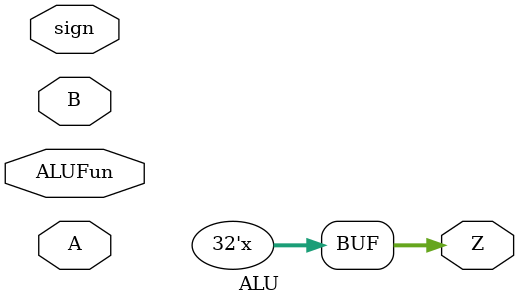
<source format=v>
module Shift_Left(
	input [31:0]B,
	input [4:0]A,
	output [31:0]Shift
);
	
	wire [31:0]Shift1,Shift2,Shift3,Shift4;
	assign Shift1 = A[4]?{B[15:0],{16{1'b0}}}:B;
	assign Shift2 = A[3]?{Shift1[23:0],{8{1'b0}}}:Shift1;
	assign Shift3 = A[2]?{Shift2[27:0],{4{1'b0}}}:Shift2;
	assign Shift4 = A[1]?{Shift3[29:0],{2{1'b0}}}:Shift3;
	assign Shift  = A[0]?{Shift4[30:0],1'b0}:Shift4;
	
endmodule

module Shift_Right(
	input sign,
	input [31:0]B,
	input [4:0]A,
	output [31:0]Shift
);
	
	wire [31:0]Shift1,Shift2,Shift3,Shift4;
	assign Shift1 = A[4]?{{16{sign}},B[31:16]}:B;
	assign Shift2 = A[3]?{{8{sign}},Shift1[31:8]}:Shift1;
	assign Shift3 = A[2]?{{4{sign}},Shift2[31:4]}:Shift2;
	assign Shift4 = A[1]?{{2{sign}},Shift3[31:2]}:Shift3;
	assign Shift  = A[0]?{sign,Shift4[30:1]}:Shift4;
endmodule

module ALU(
    input [31:0] A,
	input [31:0] B,
	input [5:0] ALUFun,
	input sign,
	output reg [31:0] Z
	);
	
	reg [31:0]Math,Cmp,Logic,Shift;
	
	assign Zero = (Math == 0);
	assign N = sign && Math[31];
	assign V = sign?
				(ALUFun[0]? ((A[31]^B[31])&&(A[31]^Math[31])) : ((A[31]^Math[31])&&(B[31]^Math[31])))
				:(ALUFun[0]? (A<B) : ((A[31]&&B[31]) || (A[31]||B[31])&&(~Math[31])));
				
	wire [31:0]sll,srl,sra;
	Shift_Left Sh1(B,A[4:0],sll);
	Shift_Right Sh2(1'b0,B,A[4:0],srl);
	Shift_Right Sh3(B[31],B,A[4:0],sra);
	
	always @(*)
	begin
		case(ALUFun[0])
			0:			Math <= A+B;
			1:			Math <= A+(~B)+1;
		endcase
		case(ALUFun[3:0])
			4'b1000:	Logic <= A&B;
			4'b1110:	Logic <= A|B;
			4'b0110:	Logic <= A^B;
			4'b0001:	Logic <= ~(A|B);
			4'b1010:	Logic <= A;
			default:	Logic <= 0;
		endcase
		case(ALUFun[1:0])
			2'b00:		Shift <= sll;			//Shift <= (B << A[4:0]);
			2'b01:		Shift <= srl;			//Shift <= (B >> A[4:0]);
			2'b11:		Shift <= sra;			//Shift <= ({{32{B[31]}},B} >> A[4:0]);
			default:	Shift <= 0;
		endcase
		case(ALUFun[3:1])
			3'b001:		Cmp <= Zero;
			3'b000:		Cmp <= ~Zero;
			3'b010:		Cmp <= sign?(Math[31]^V):V;
			3'b110:		Cmp <= sign?(A[31]||(A == 0)):(A == 0);
			3'b101:		Cmp <= sign?A[31]:0;
			3'b111:		Cmp <= sign?(~A[31]&&(A != 0)):(A != 0);
			default:	Cmp <= 0;
		endcase
		case(ALUFun[5:4])
			2'b00:		Z <= Math;
			2'b01:		Z <= Logic;
			2'b10:		Z <= Shift;
			2'b11:		Z <= Cmp;
		endcase
	end
endmodule
</source>
